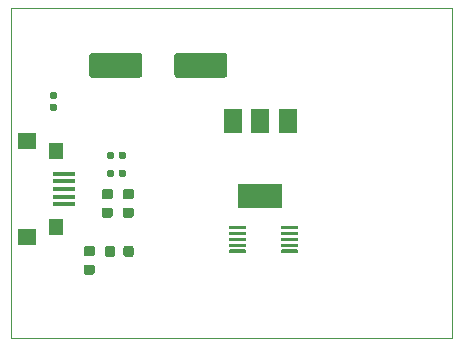
<source format=gbr>
G04 #@! TF.GenerationSoftware,KiCad,Pcbnew,5.1.10-88a1d61d58~88~ubuntu20.04.1*
G04 #@! TF.CreationDate,2021-05-19T20:40:34-06:00*
G04 #@! TF.ProjectId,CurrentSensorV1,43757272-656e-4745-9365-6e736f725631,rev?*
G04 #@! TF.SameCoordinates,Original*
G04 #@! TF.FileFunction,Paste,Top*
G04 #@! TF.FilePolarity,Positive*
%FSLAX46Y46*%
G04 Gerber Fmt 4.6, Leading zero omitted, Abs format (unit mm)*
G04 Created by KiCad (PCBNEW 5.1.10-88a1d61d58~88~ubuntu20.04.1) date 2021-05-19 20:40:34*
%MOMM*%
%LPD*%
G01*
G04 APERTURE LIST*
G04 #@! TA.AperFunction,Profile*
%ADD10C,0.050000*%
G04 #@! TD*
%ADD11R,1.900000X0.400000*%
%ADD12R,1.200000X1.400000*%
%ADD13R,1.500000X1.400000*%
%ADD14R,1.500000X2.000000*%
%ADD15R,3.800000X2.000000*%
G04 APERTURE END LIST*
D10*
X132842000Y-64008000D02*
X132842000Y-65278000D01*
X170180000Y-64008000D02*
X132842000Y-64008000D01*
X170180000Y-65278000D02*
X170180000Y-64008000D01*
X132842000Y-91948000D02*
X170180000Y-91948000D01*
X170180000Y-91948000D02*
X170180000Y-65278000D01*
X132842000Y-65278000D02*
X132842000Y-91948000D01*
D11*
G04 #@! TO.C,U9*
X137316845Y-77993240D03*
X137316845Y-78643240D03*
X137316845Y-79293240D03*
X137316845Y-79943240D03*
X137316845Y-80593240D03*
D12*
X136641840Y-76047600D03*
X136652000Y-82550000D03*
D13*
X134137400Y-75255120D03*
X134127240Y-83367880D03*
G04 #@! TD*
G04 #@! TO.C,C4*
G36*
G01*
X143938000Y-68034000D02*
X143938000Y-69634000D01*
G75*
G02*
X143688000Y-69884000I-250000J0D01*
G01*
X139688000Y-69884000D01*
G75*
G02*
X139438000Y-69634000I0J250000D01*
G01*
X139438000Y-68034000D01*
G75*
G02*
X139688000Y-67784000I250000J0D01*
G01*
X143688000Y-67784000D01*
G75*
G02*
X143938000Y-68034000I0J-250000D01*
G01*
G37*
G36*
G01*
X151138000Y-68034000D02*
X151138000Y-69634000D01*
G75*
G02*
X150888000Y-69884000I-250000J0D01*
G01*
X146888000Y-69884000D01*
G75*
G02*
X146638000Y-69634000I0J250000D01*
G01*
X146638000Y-68034000D01*
G75*
G02*
X146888000Y-67784000I250000J0D01*
G01*
X150888000Y-67784000D01*
G75*
G02*
X151138000Y-68034000I0J-250000D01*
G01*
G37*
G04 #@! TD*
D14*
G04 #@! TO.C,U3*
X156224000Y-73558000D03*
X151624000Y-73558000D03*
X153924000Y-73558000D03*
D15*
X153924000Y-79858000D03*
G04 #@! TD*
G04 #@! TO.C,U1*
G36*
G01*
X152703000Y-84491000D02*
X152703000Y-84641000D01*
G75*
G02*
X152628000Y-84716000I-75000J0D01*
G01*
X151328000Y-84716000D01*
G75*
G02*
X151253000Y-84641000I0J75000D01*
G01*
X151253000Y-84491000D01*
G75*
G02*
X151328000Y-84416000I75000J0D01*
G01*
X152628000Y-84416000D01*
G75*
G02*
X152703000Y-84491000I0J-75000D01*
G01*
G37*
G36*
G01*
X152703000Y-83991000D02*
X152703000Y-84141000D01*
G75*
G02*
X152628000Y-84216000I-75000J0D01*
G01*
X151328000Y-84216000D01*
G75*
G02*
X151253000Y-84141000I0J75000D01*
G01*
X151253000Y-83991000D01*
G75*
G02*
X151328000Y-83916000I75000J0D01*
G01*
X152628000Y-83916000D01*
G75*
G02*
X152703000Y-83991000I0J-75000D01*
G01*
G37*
G36*
G01*
X152703000Y-83491000D02*
X152703000Y-83641000D01*
G75*
G02*
X152628000Y-83716000I-75000J0D01*
G01*
X151328000Y-83716000D01*
G75*
G02*
X151253000Y-83641000I0J75000D01*
G01*
X151253000Y-83491000D01*
G75*
G02*
X151328000Y-83416000I75000J0D01*
G01*
X152628000Y-83416000D01*
G75*
G02*
X152703000Y-83491000I0J-75000D01*
G01*
G37*
G36*
G01*
X152703000Y-82991000D02*
X152703000Y-83141000D01*
G75*
G02*
X152628000Y-83216000I-75000J0D01*
G01*
X151328000Y-83216000D01*
G75*
G02*
X151253000Y-83141000I0J75000D01*
G01*
X151253000Y-82991000D01*
G75*
G02*
X151328000Y-82916000I75000J0D01*
G01*
X152628000Y-82916000D01*
G75*
G02*
X152703000Y-82991000I0J-75000D01*
G01*
G37*
G36*
G01*
X152703000Y-82491000D02*
X152703000Y-82641000D01*
G75*
G02*
X152628000Y-82716000I-75000J0D01*
G01*
X151328000Y-82716000D01*
G75*
G02*
X151253000Y-82641000I0J75000D01*
G01*
X151253000Y-82491000D01*
G75*
G02*
X151328000Y-82416000I75000J0D01*
G01*
X152628000Y-82416000D01*
G75*
G02*
X152703000Y-82491000I0J-75000D01*
G01*
G37*
G36*
G01*
X157103000Y-82491000D02*
X157103000Y-82641000D01*
G75*
G02*
X157028000Y-82716000I-75000J0D01*
G01*
X155728000Y-82716000D01*
G75*
G02*
X155653000Y-82641000I0J75000D01*
G01*
X155653000Y-82491000D01*
G75*
G02*
X155728000Y-82416000I75000J0D01*
G01*
X157028000Y-82416000D01*
G75*
G02*
X157103000Y-82491000I0J-75000D01*
G01*
G37*
G36*
G01*
X157103000Y-82991000D02*
X157103000Y-83141000D01*
G75*
G02*
X157028000Y-83216000I-75000J0D01*
G01*
X155728000Y-83216000D01*
G75*
G02*
X155653000Y-83141000I0J75000D01*
G01*
X155653000Y-82991000D01*
G75*
G02*
X155728000Y-82916000I75000J0D01*
G01*
X157028000Y-82916000D01*
G75*
G02*
X157103000Y-82991000I0J-75000D01*
G01*
G37*
G36*
G01*
X157103000Y-83491000D02*
X157103000Y-83641000D01*
G75*
G02*
X157028000Y-83716000I-75000J0D01*
G01*
X155728000Y-83716000D01*
G75*
G02*
X155653000Y-83641000I0J75000D01*
G01*
X155653000Y-83491000D01*
G75*
G02*
X155728000Y-83416000I75000J0D01*
G01*
X157028000Y-83416000D01*
G75*
G02*
X157103000Y-83491000I0J-75000D01*
G01*
G37*
G36*
G01*
X157103000Y-83991000D02*
X157103000Y-84141000D01*
G75*
G02*
X157028000Y-84216000I-75000J0D01*
G01*
X155728000Y-84216000D01*
G75*
G02*
X155653000Y-84141000I0J75000D01*
G01*
X155653000Y-83991000D01*
G75*
G02*
X155728000Y-83916000I75000J0D01*
G01*
X157028000Y-83916000D01*
G75*
G02*
X157103000Y-83991000I0J-75000D01*
G01*
G37*
G36*
G01*
X157103000Y-84491000D02*
X157103000Y-84641000D01*
G75*
G02*
X157028000Y-84716000I-75000J0D01*
G01*
X155728000Y-84716000D01*
G75*
G02*
X155653000Y-84641000I0J75000D01*
G01*
X155653000Y-84491000D01*
G75*
G02*
X155728000Y-84416000I75000J0D01*
G01*
X157028000Y-84416000D01*
G75*
G02*
X157103000Y-84491000I0J-75000D01*
G01*
G37*
G04 #@! TD*
G04 #@! TO.C,R6*
G36*
G01*
X139189750Y-85694000D02*
X139702250Y-85694000D01*
G75*
G02*
X139921000Y-85912750I0J-218750D01*
G01*
X139921000Y-86350250D01*
G75*
G02*
X139702250Y-86569000I-218750J0D01*
G01*
X139189750Y-86569000D01*
G75*
G02*
X138971000Y-86350250I0J218750D01*
G01*
X138971000Y-85912750D01*
G75*
G02*
X139189750Y-85694000I218750J0D01*
G01*
G37*
G36*
G01*
X139189750Y-84119000D02*
X139702250Y-84119000D01*
G75*
G02*
X139921000Y-84337750I0J-218750D01*
G01*
X139921000Y-84775250D01*
G75*
G02*
X139702250Y-84994000I-218750J0D01*
G01*
X139189750Y-84994000D01*
G75*
G02*
X138971000Y-84775250I0J218750D01*
G01*
X138971000Y-84337750D01*
G75*
G02*
X139189750Y-84119000I218750J0D01*
G01*
G37*
G04 #@! TD*
G04 #@! TO.C,R3*
G36*
G01*
X142336000Y-84838250D02*
X142336000Y-84325750D01*
G75*
G02*
X142554750Y-84107000I218750J0D01*
G01*
X142992250Y-84107000D01*
G75*
G02*
X143211000Y-84325750I0J-218750D01*
G01*
X143211000Y-84838250D01*
G75*
G02*
X142992250Y-85057000I-218750J0D01*
G01*
X142554750Y-85057000D01*
G75*
G02*
X142336000Y-84838250I0J218750D01*
G01*
G37*
G36*
G01*
X140761000Y-84838250D02*
X140761000Y-84325750D01*
G75*
G02*
X140979750Y-84107000I218750J0D01*
G01*
X141417250Y-84107000D01*
G75*
G02*
X141636000Y-84325750I0J-218750D01*
G01*
X141636000Y-84838250D01*
G75*
G02*
X141417250Y-85057000I-218750J0D01*
G01*
X140979750Y-85057000D01*
G75*
G02*
X140761000Y-84838250I0J218750D01*
G01*
G37*
G04 #@! TD*
G04 #@! TO.C,R2*
G36*
G01*
X142491750Y-80868000D02*
X143004250Y-80868000D01*
G75*
G02*
X143223000Y-81086750I0J-218750D01*
G01*
X143223000Y-81524250D01*
G75*
G02*
X143004250Y-81743000I-218750J0D01*
G01*
X142491750Y-81743000D01*
G75*
G02*
X142273000Y-81524250I0J218750D01*
G01*
X142273000Y-81086750D01*
G75*
G02*
X142491750Y-80868000I218750J0D01*
G01*
G37*
G36*
G01*
X142491750Y-79293000D02*
X143004250Y-79293000D01*
G75*
G02*
X143223000Y-79511750I0J-218750D01*
G01*
X143223000Y-79949250D01*
G75*
G02*
X143004250Y-80168000I-218750J0D01*
G01*
X142491750Y-80168000D01*
G75*
G02*
X142273000Y-79949250I0J218750D01*
G01*
X142273000Y-79511750D01*
G75*
G02*
X142491750Y-79293000I218750J0D01*
G01*
G37*
G04 #@! TD*
G04 #@! TO.C,R1*
G36*
G01*
X141226250Y-80168000D02*
X140713750Y-80168000D01*
G75*
G02*
X140495000Y-79949250I0J218750D01*
G01*
X140495000Y-79511750D01*
G75*
G02*
X140713750Y-79293000I218750J0D01*
G01*
X141226250Y-79293000D01*
G75*
G02*
X141445000Y-79511750I0J-218750D01*
G01*
X141445000Y-79949250D01*
G75*
G02*
X141226250Y-80168000I-218750J0D01*
G01*
G37*
G36*
G01*
X141226250Y-81743000D02*
X140713750Y-81743000D01*
G75*
G02*
X140495000Y-81524250I0J218750D01*
G01*
X140495000Y-81086750D01*
G75*
G02*
X140713750Y-80868000I218750J0D01*
G01*
X141226250Y-80868000D01*
G75*
G02*
X141445000Y-81086750I0J-218750D01*
G01*
X141445000Y-81524250D01*
G75*
G02*
X141226250Y-81743000I-218750J0D01*
G01*
G37*
G04 #@! TD*
G04 #@! TO.C,C5*
G36*
G01*
X141922000Y-78150500D02*
X141922000Y-77805500D01*
G75*
G02*
X142069500Y-77658000I147500J0D01*
G01*
X142364500Y-77658000D01*
G75*
G02*
X142512000Y-77805500I0J-147500D01*
G01*
X142512000Y-78150500D01*
G75*
G02*
X142364500Y-78298000I-147500J0D01*
G01*
X142069500Y-78298000D01*
G75*
G02*
X141922000Y-78150500I0J147500D01*
G01*
G37*
G36*
G01*
X140952000Y-78150500D02*
X140952000Y-77805500D01*
G75*
G02*
X141099500Y-77658000I147500J0D01*
G01*
X141394500Y-77658000D01*
G75*
G02*
X141542000Y-77805500I0J-147500D01*
G01*
X141542000Y-78150500D01*
G75*
G02*
X141394500Y-78298000I-147500J0D01*
G01*
X141099500Y-78298000D01*
G75*
G02*
X140952000Y-78150500I0J147500D01*
G01*
G37*
G04 #@! TD*
G04 #@! TO.C,C3*
G36*
G01*
X141542000Y-76281500D02*
X141542000Y-76626500D01*
G75*
G02*
X141394500Y-76774000I-147500J0D01*
G01*
X141099500Y-76774000D01*
G75*
G02*
X140952000Y-76626500I0J147500D01*
G01*
X140952000Y-76281500D01*
G75*
G02*
X141099500Y-76134000I147500J0D01*
G01*
X141394500Y-76134000D01*
G75*
G02*
X141542000Y-76281500I0J-147500D01*
G01*
G37*
G36*
G01*
X142512000Y-76281500D02*
X142512000Y-76626500D01*
G75*
G02*
X142364500Y-76774000I-147500J0D01*
G01*
X142069500Y-76774000D01*
G75*
G02*
X141922000Y-76626500I0J147500D01*
G01*
X141922000Y-76281500D01*
G75*
G02*
X142069500Y-76134000I147500J0D01*
G01*
X142364500Y-76134000D01*
G75*
G02*
X142512000Y-76281500I0J-147500D01*
G01*
G37*
G04 #@! TD*
G04 #@! TO.C,C1*
G36*
G01*
X136570500Y-71692000D02*
X136225500Y-71692000D01*
G75*
G02*
X136078000Y-71544500I0J147500D01*
G01*
X136078000Y-71249500D01*
G75*
G02*
X136225500Y-71102000I147500J0D01*
G01*
X136570500Y-71102000D01*
G75*
G02*
X136718000Y-71249500I0J-147500D01*
G01*
X136718000Y-71544500D01*
G75*
G02*
X136570500Y-71692000I-147500J0D01*
G01*
G37*
G36*
G01*
X136570500Y-72662000D02*
X136225500Y-72662000D01*
G75*
G02*
X136078000Y-72514500I0J147500D01*
G01*
X136078000Y-72219500D01*
G75*
G02*
X136225500Y-72072000I147500J0D01*
G01*
X136570500Y-72072000D01*
G75*
G02*
X136718000Y-72219500I0J-147500D01*
G01*
X136718000Y-72514500D01*
G75*
G02*
X136570500Y-72662000I-147500J0D01*
G01*
G37*
G04 #@! TD*
M02*

</source>
